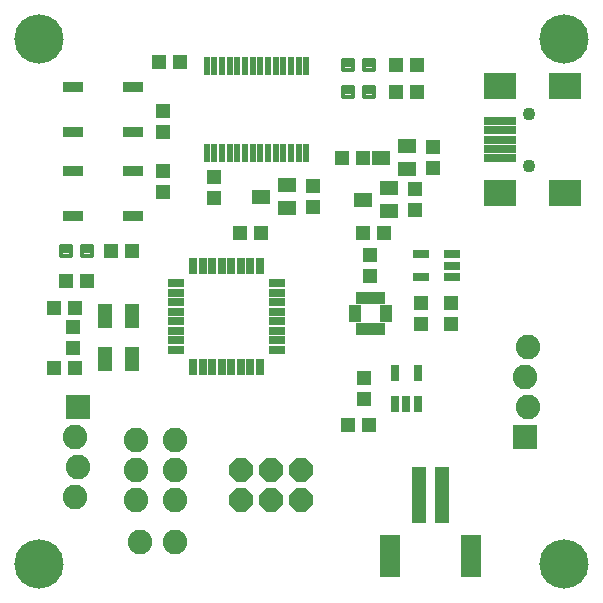
<source format=gts>
G75*
%MOIN*%
%OFA0B0*%
%FSLAX24Y24*%
%IPPOS*%
%LPD*%
%AMOC8*
5,1,8,0,0,1.08239X$1,22.5*
%
%ADD10R,0.0580X0.0300*%
%ADD11R,0.0300X0.0580*%
%ADD12R,0.0395X0.0198*%
%ADD13R,0.0198X0.0395*%
%ADD14R,0.0474X0.0513*%
%ADD15R,0.0513X0.0474*%
%ADD16R,0.0680X0.0380*%
%ADD17OC8,0.0800*%
%ADD18C,0.0142*%
%ADD19R,0.0513X0.0828*%
%ADD20C,0.0820*%
%ADD21R,0.0631X0.0474*%
%ADD22R,0.0552X0.0297*%
%ADD23R,0.0820X0.0820*%
%ADD24R,0.0297X0.0552*%
%ADD25R,0.0474X0.1891*%
%ADD26R,0.0710X0.1419*%
%ADD27R,0.1064X0.0277*%
%ADD28R,0.1064X0.0867*%
%ADD29C,0.0434*%
%ADD30R,0.0217X0.0630*%
%ADD31C,0.1640*%
D10*
X005910Y008498D03*
X005910Y008813D03*
X005910Y009128D03*
X005910Y009443D03*
X005910Y009757D03*
X005910Y010072D03*
X005910Y010387D03*
X005910Y010702D03*
X009290Y010702D03*
X009290Y010387D03*
X009290Y010072D03*
X009290Y009757D03*
X009290Y009443D03*
X009290Y009128D03*
X009290Y008813D03*
X009290Y008498D03*
D11*
X008702Y007910D03*
X008387Y007910D03*
X008072Y007910D03*
X007757Y007910D03*
X007443Y007910D03*
X007128Y007910D03*
X006813Y007910D03*
X006498Y007910D03*
X006498Y011290D03*
X006813Y011290D03*
X007128Y011290D03*
X007443Y011290D03*
X007757Y011290D03*
X008072Y011290D03*
X008387Y011290D03*
X008702Y011290D03*
D12*
X011898Y009897D03*
X011898Y009700D03*
X011898Y009503D03*
X012902Y009503D03*
X012902Y009700D03*
X012902Y009897D03*
D13*
X012794Y010202D03*
X012597Y010202D03*
X012400Y010202D03*
X012203Y010202D03*
X012006Y010202D03*
X012006Y009198D03*
X012203Y009198D03*
X012400Y009198D03*
X012597Y009198D03*
X012794Y009198D03*
D14*
X014100Y009365D03*
X014100Y010035D03*
X015100Y010035D03*
X015100Y009365D03*
X012400Y010965D03*
X012400Y011635D03*
X013900Y013165D03*
X013900Y013835D03*
X014500Y014565D03*
X014500Y015235D03*
X010500Y013935D03*
X010500Y013265D03*
X007200Y013565D03*
X007200Y014235D03*
X005500Y014435D03*
X005500Y013765D03*
X005500Y015765D03*
X005500Y016435D03*
X002500Y009235D03*
X002500Y008565D03*
X012200Y007535D03*
X012200Y006865D03*
D15*
X012335Y006000D03*
X011665Y006000D03*
X012165Y012400D03*
X012835Y012400D03*
X012135Y014900D03*
X011465Y014900D03*
X013265Y017100D03*
X013935Y017100D03*
X013935Y018000D03*
X013265Y018000D03*
X008735Y012400D03*
X008065Y012400D03*
X004435Y011800D03*
X003765Y011800D03*
X002935Y010800D03*
X002265Y010800D03*
X002535Y009900D03*
X001865Y009900D03*
X001865Y007900D03*
X002535Y007900D03*
X005365Y018100D03*
X006035Y018100D03*
D16*
X004500Y017250D03*
X004500Y015750D03*
X004500Y014450D03*
X004500Y012950D03*
X002500Y012950D03*
X002500Y014450D03*
X002500Y015750D03*
X002500Y017250D03*
D17*
X008100Y004500D03*
X008100Y003500D03*
X009100Y003500D03*
X009100Y004500D03*
X010100Y004500D03*
X010100Y003500D03*
D18*
X003111Y011634D02*
X003111Y011966D01*
X003111Y011634D02*
X002779Y011634D01*
X002779Y011966D01*
X003111Y011966D01*
X003111Y011775D02*
X002779Y011775D01*
X002779Y011916D02*
X003111Y011916D01*
X002421Y011966D02*
X002421Y011634D01*
X002089Y011634D01*
X002089Y011966D01*
X002421Y011966D01*
X002421Y011775D02*
X002089Y011775D01*
X002089Y011916D02*
X002421Y011916D01*
X011821Y016934D02*
X011821Y017266D01*
X011821Y016934D02*
X011489Y016934D01*
X011489Y017266D01*
X011821Y017266D01*
X011821Y017075D02*
X011489Y017075D01*
X011489Y017216D02*
X011821Y017216D01*
X012511Y017266D02*
X012511Y016934D01*
X012179Y016934D01*
X012179Y017266D01*
X012511Y017266D01*
X012511Y017075D02*
X012179Y017075D01*
X012179Y017216D02*
X012511Y017216D01*
X012511Y017834D02*
X012511Y018166D01*
X012511Y017834D02*
X012179Y017834D01*
X012179Y018166D01*
X012511Y018166D01*
X012511Y017975D02*
X012179Y017975D01*
X012179Y018116D02*
X012511Y018116D01*
X011821Y018166D02*
X011821Y017834D01*
X011489Y017834D01*
X011489Y018166D01*
X011821Y018166D01*
X011821Y017975D02*
X011489Y017975D01*
X011489Y018116D02*
X011821Y018116D01*
D19*
X004453Y009628D03*
X003547Y009628D03*
X003547Y008172D03*
X004453Y008172D03*
D20*
X004600Y005500D03*
X004600Y004500D03*
X004600Y003500D03*
X005900Y003500D03*
X005900Y004500D03*
X005900Y005500D03*
X002650Y004600D03*
X002550Y003600D03*
X002550Y005600D03*
X004730Y002100D03*
X005870Y002100D03*
X017550Y007600D03*
X017650Y006600D03*
X017650Y008600D03*
D21*
X013033Y013126D03*
X013033Y013874D03*
X013633Y014526D03*
X013633Y015274D03*
X012767Y014900D03*
X012167Y013500D03*
X009633Y013226D03*
X009633Y013974D03*
X008767Y013600D03*
D22*
X014088Y011674D03*
X014088Y010926D03*
X015112Y010926D03*
X015112Y011300D03*
X015112Y011674D03*
D23*
X017550Y005600D03*
X002650Y006600D03*
D24*
X013226Y006688D03*
X013600Y006688D03*
X013974Y006688D03*
X013974Y007712D03*
X013226Y007712D03*
D25*
X014006Y003657D03*
X014794Y003657D03*
D26*
X015739Y001609D03*
X013061Y001609D03*
D27*
X016716Y014870D03*
X016716Y015185D03*
X016716Y015500D03*
X016716Y015815D03*
X016716Y016130D03*
D28*
X016716Y017272D03*
X018881Y017272D03*
X018881Y013728D03*
X016716Y013728D03*
D29*
X017700Y014634D03*
X017700Y016366D03*
D30*
X010263Y015061D03*
X010007Y015061D03*
X009752Y015061D03*
X009496Y015061D03*
X009240Y015061D03*
X008984Y015061D03*
X008728Y015061D03*
X008472Y015061D03*
X008216Y015061D03*
X007960Y015061D03*
X007704Y015061D03*
X007448Y015061D03*
X007193Y015061D03*
X006937Y015061D03*
X006937Y017939D03*
X007193Y017939D03*
X007448Y017939D03*
X007704Y017939D03*
X007960Y017939D03*
X008216Y017939D03*
X008472Y017939D03*
X008728Y017939D03*
X008984Y017939D03*
X009240Y017939D03*
X009496Y017939D03*
X009752Y017939D03*
X010007Y017939D03*
X010263Y017939D03*
D31*
X001350Y001350D03*
X001350Y018850D03*
X018850Y018850D03*
X018850Y001350D03*
M02*

</source>
